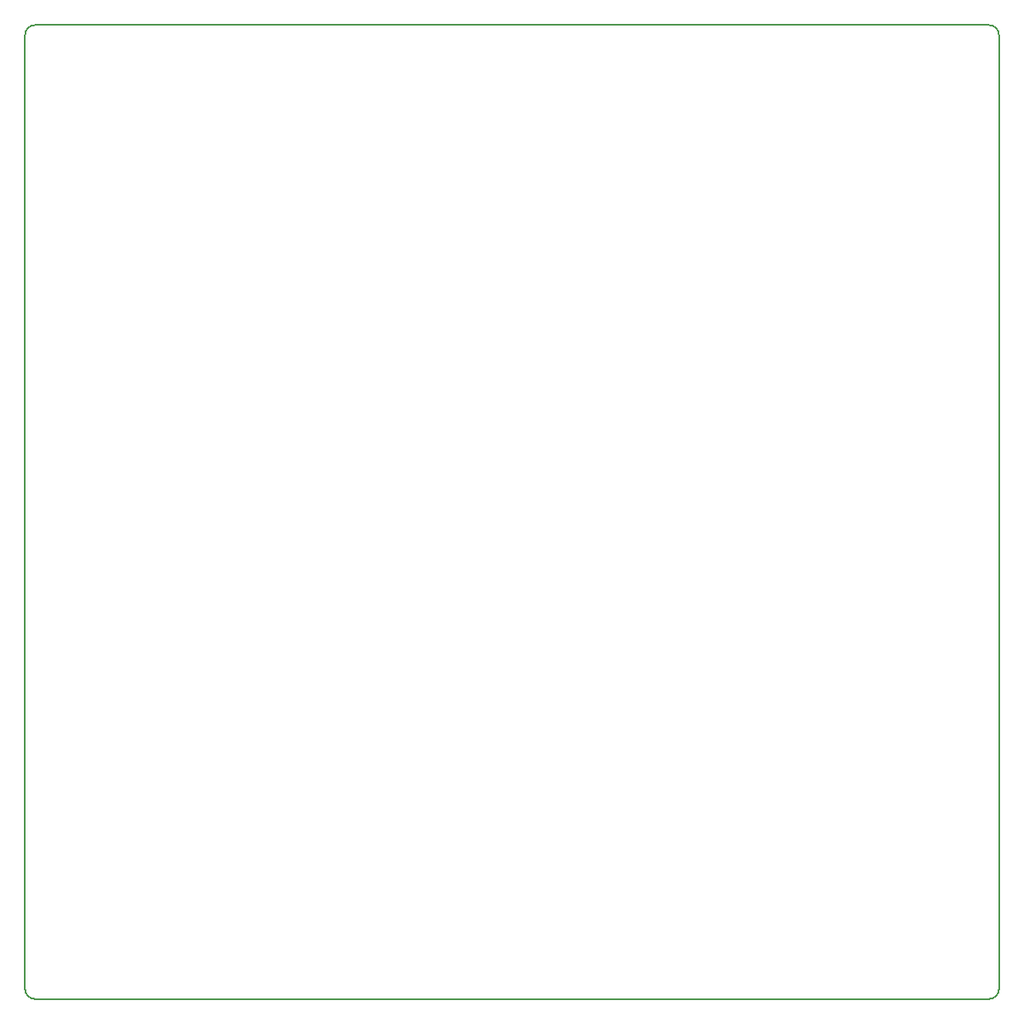
<source format=gbr>
G04 DipTrace 3.3.1.3*
G04 BoardOutline.GBR*
%MOIN*%
G04 #@! TF.FileFunction,Profile*
G04 #@! TF.Part,Single*
%ADD11C,0.005512*%
%FSLAX26Y26*%
G04*
G70*
G90*
G75*
G01*
G04 BoardOutline*
%LPD*%
X39370Y0D2*
D11*
X3897638D1*
G03X3937008Y39370I-1J39371D01*
G01*
Y3897638D1*
G03X3897638Y3937008I-39371J-1D01*
G01*
X39370D1*
G03X0Y3897638I1J-39371D01*
G01*
Y39370D1*
G03X39370Y0I39371J1D01*
G01*
M02*

</source>
